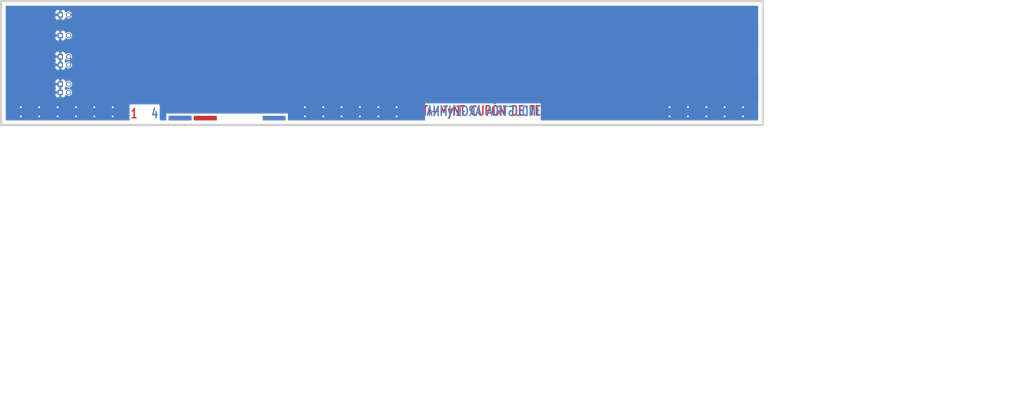
<source format=kicad_pcb>
(kicad_pcb (version 20240108) (generator "pcbnew") (generator_version "8.0")
  (title_block (title "Cupón de Test Nanya") (date "2020-11-13") (rev "Revision: 2.0") (company "INTI - MyNT") (comment 2 "Autor: Noelia Scotti"))
  (layers (0 "F.Cu" signal "Top") (1 "In1.Cu" power "L2") (2 "In2.Cu" power "L3") (31 "B.Cu" power "Bot") (36 "B.SilkS" user "B.Silkscreen") (37 "F.SilkS" user "F.Silkscreen") (38 "B.Mask" user) (39 "F.Mask" user) (44 "Edge.Cuts" user))
  (net 0 "")
  (net 1 "/MICROSTR_50")
  (net 2 "GND")
  (net 3 "/STR_50")
  (net 4 "/USB1_DP")
  (net 5 "/USB1_DN")
  (net 6 "/USB2_DN")
  (net 7 "/USB2_DP")
  (footprint "Connector_Coaxial:Test_point_2P_inti" (layer "F.Cu") (at 13.8 -24)
    (property "Reference" "TP1" (hide yes))
    (property "Value" "L1")
    (pad "1" thru_hole circle (at 0.9 0) (size 1.1 1.1) (drill 0.75) (layers "*.Cu" "*.Mask") (net 1 "/MICROSTR_50"))
    (pad "2" thru_hole rect (at -0.9 0) (size 1.1 1.1) (drill 0.75) (layers "*.Cu" "*.Mask") (net 2 "GND"))
  )
  (footprint "Connector_Coaxial:Test_point_4P_inti" (layer "F.Cu") (at 13.8 -14)
    (property "Reference" "TP3" (hide yes))
    (property "Value" "L1")
    (pad "1" thru_hole circle (at 0.9 -0.9) (size 1.1 1.1) (drill 0.75) (layers "*.Cu" "*.Mask") (net 4 "/USB1_DP"))
    (pad "2" thru_hole circle (at 0.9 0.9) (size 1.1 1.1) (drill 0.75) (layers "*.Cu" "*.Mask") (net 5 "/USB1_DN"))
    (pad "3" thru_hole rect (at -0.9 -0.9) (size 1.1 1.1) (drill 0.75) (layers "*.Cu" "*.Mask") (net 2 "GND"))
    (pad "4" thru_hole rect (at -0.9 0.9) (size 1.1 1.1) (drill 0.75) (layers "*.Cu" "*.Mask") (net 2 "GND"))
  )
  (footprint "Connector_Coaxial:Test_point_4P_inti" (layer "F.Cu") (at 13.8 -8)
    (property "Reference" "TP4" (hide yes))
    (property "Value" "L3")
    (pad "1" thru_hole circle (at 0.9 -0.9) (size 1.1 1.1) (drill 0.75) (layers "*.Cu" "*.Mask") (net 7 "/USB2_DP"))
    (pad "2" thru_hole circle (at 0.9 0.9) (size 1.1 1.1) (drill 0.75) (layers "*.Cu" "*.Mask") (net 6 "/USB2_DN"))
    (pad "3" thru_hole rect (at -0.9 -0.9) (size 1.1 1.1) (drill 0.75) (layers "*.Cu" "*.Mask") (net 2 "GND"))
    (pad "4" thru_hole rect (at -0.9 0.9) (size 1.1 1.1) (drill 0.75) (layers "*.Cu" "*.Mask") (net 2 "GND"))
  )
  (footprint "Connector_Coaxial:Test_point_2P_inti" (layer "F.Cu") (at 13.8 -19.5)
    (property "Reference" "TP2" (hide yes))
    (property "Value" "L3")
    (pad "1" thru_hole circle (at 0.9 0) (size 1.1 1.1) (drill 0.75) (layers "*.Cu" "*.Mask") (net 3 "/STR_50"))
    (pad "2" thru_hole rect (at -0.9 0) (size 1.1 1.1) (drill 0.75) (layers "*.Cu" "*.Mask") (net 2 "GND"))
  )
  (gr_line (start 0 -27) (end 0 0) (stroke (width 0.5)) (layer "Edge.Cuts"))
  (gr_line (start 0 0) (end 166 0) (stroke (width 0.5)) (layer "Edge.Cuts"))
  (gr_line (start 166 0) (end 166 -27) (stroke (width 0.5)) (layer "Edge.Cuts"))
  (gr_line (start 166 -27) (end 0 -27) (stroke (width 0.5)) (layer "Edge.Cuts"))
  (gr_text "INTI-MyNT CUPÓN DE TEST" (at 104.9 -3.1 0) (layer "F.Cu") (effects (font (size 2 1.5) (thickness 0.3))))
  (gr_text "L3/50" (at 0.8 -19.5 0) (layer "F.Cu") (effects (font (size 2 1.5) (thickness 0.3)) (justify left)))
  (gr_text "L1D/45" (at 0.8 -14 0) (layer "F.Cu") (effects (font (size 2 1.5) (thickness 0.3)) (justify left)))
  (gr_text "L3D/45" (at 0.8 -8 0) (layer "F.Cu") (effects (font (size 2 1.5) (thickness 0.3)) (justify left)))
  (gr_text "V2.0 11/2020" (at 134.1 -3.1 0) (layer "F.Cu") (effects (font (size 2 1.5) (thickness 0.3))))
  (gr_text "ERNESTO MAYER S.A." (at 48 -3.9 0) (layer "F.Cu") (effects (font (size 1.8 1.5) (thickness 0.3))))
  (gr_text "1" (at 29 -2.5 0) (layer "F.Cu") (effects (font (size 2 1.5) (thickness 0.3))))
  (gr_text "L1/50" (at 0.8 -24 0) (layer "F.Cu") (effects (font (size 2 1.5) (thickness 0.3048)) (justify left)))
  (gr_text "INDUSTRIA ARGENTINA" (at 105 -3 0) (layer "B.Cu") (effects (font (size 2 1.5) (thickness 0.3)) (justify mirror)))
  (gr_text "4" (at 33.5 -2.5 0) (layer "B.Cu") (effects (font (size 2 1.5) (thickness 0.3))))
  (segment (start 14.7 -24) (end 164.7 -24) (width 0.3) (layer "F.Cu") (net 1))
  (via (at 16.3 -3.9) (size 0.8) (drill 0.4) (layers "F.Cu" "B.Cu") (net 2))
  (via (at 20.3 -1.9) (size 0.8) (drill 0.4) (layers "F.Cu" "B.Cu") (net 2))
  (via (at 20.3 -3.9) (size 0.8) (drill 0.4) (layers "F.Cu" "B.Cu") (net 2))
  (via (at 16.3 -1.9) (size 0.8) (drill 0.4) (layers "F.Cu" "B.Cu") (net 2))
  (via (at 24.3 -3.9) (size 0.8) (drill 0.4) (layers "F.Cu" "B.Cu") (net 2))
  (via (at 24.3 -1.9) (size 0.8) (drill 0.4) (layers "F.Cu" "B.Cu") (net 2))
  (via (at 66.2 -3.9) (size 0.8) (drill 0.4) (layers "F.Cu" "B.Cu") (net 2))
  (via (at 66.2 -1.9) (size 0.8) (drill 0.4) (layers "F.Cu" "B.Cu") (net 2))
  (via (at 70.2 -3.9) (size 0.8) (drill 0.4) (layers "F.Cu" "B.Cu") (net 2))
  (via (at 74.2 -1.9) (size 0.8) (drill 0.4) (layers "F.Cu" "B.Cu") (net 2))
  (via (at 74.2 -3.9) (size 0.8) (drill 0.4) (layers "F.Cu" "B.Cu") (net 2))
  (via (at 70.2 -1.9) (size 0.8) (drill 0.4) (layers "F.Cu" "B.Cu") (net 2))
  (via (at 86.2 -1.9) (size 0.8) (drill 0.4) (layers "F.Cu" "B.Cu") (net 2))
  (via (at 82.2 -3.9) (size 0.8) (drill 0.4) (layers "F.Cu" "B.Cu") (net 2))
  (via (at 82.2 -1.9) (size 0.8) (drill 0.4) (layers "F.Cu" "B.Cu") (net 2))
  (via (at 78.2 -3.9) (size 0.8) (drill 0.4) (layers "F.Cu" "B.Cu") (net 2))
  (via (at 78.2 -1.9) (size 0.8) (drill 0.4) (layers "F.Cu" "B.Cu") (net 2))
  (via (at 86.2 -3.9) (size 0.8) (drill 0.4) (layers "F.Cu" "B.Cu") (net 2))
  (via (at 157.7 -1.9) (size 0.8) (drill 0.4) (layers "F.Cu" "B.Cu") (net 2))
  (via (at 145.7 -1.9) (size 0.8) (drill 0.4) (layers "F.Cu" "B.Cu") (net 2))
  (via (at 149.7 -1.9) (size 0.8) (drill 0.4) (layers "F.Cu" "B.Cu") (net 2))
  (via (at 149.7 -3.9) (size 0.8) (drill 0.4) (layers "F.Cu" "B.Cu") (net 2))
  (via (at 161.7 -1.9) (size 0.8) (drill 0.4) (layers "F.Cu" "B.Cu") (net 2))
  (via (at 161.7 -3.9) (size 0.8) (drill 0.4) (layers "F.Cu" "B.Cu") (net 2))
  (via (at 157.7 -3.9) (size 0.8) (drill 0.4) (layers "F.Cu" "B.Cu") (net 2))
  (via (at 145.7 -3.9) (size 0.8) (drill 0.4) (layers "F.Cu" "B.Cu") (net 2))
  (via (at 153.7 -3.9) (size 0.8) (drill 0.4) (layers "F.Cu" "B.Cu") (net 2))
  (via (at 153.7 -1.9) (size 0.8) (drill 0.4) (layers "F.Cu" "B.Cu") (net 2))
  (via (at 12.3 -1.9) (size 0.8) (drill 0.4) (layers "F.Cu" "B.Cu") (net 2))
  (via (at 8.3 -3.9) (size 0.8) (drill 0.4) (layers "F.Cu" "B.Cu") (net 2))
  (via (at 12.3 -3.9) (size 0.8) (drill 0.4) (layers "F.Cu" "B.Cu") (net 2))
  (via (at 4.3 -1.9) (size 0.8) (drill 0.4) (layers "F.Cu" "B.Cu") (net 2))
  (via (at 8.3 -1.9) (size 0.8) (drill 0.4) (layers "F.Cu" "B.Cu") (net 2))
  (via (at 4.3 -3.9) (size 0.8) (drill 0.4) (layers "F.Cu" "B.Cu") (net 2))
  (segment (start 15.375 -14.225) (end 164.5 -14.225) (width 0.25) (layer "F.Cu") (net 4))
  (segment (start 14.7 -14.9) (end 15.375 -14.225) (width 0.25) (layer "F.Cu") (net 4))
  (segment (start 14.7 -13.1) (end 15.375 -13.775) (width 0.25) (layer "F.Cu") (net 5))
  (segment (start 15.375 -13.775) (end 164.5 -13.775) (width 0.25) (layer "F.Cu") (net 5))
  (zone (net 0) (net_name "") (layer "F.Cu") (connect_pads (clearance 0)) (min_thickness 0.254) (fill yes (thermal_gap 0.508) (thermal_bridge_width 0.508))
    (polygon (pts (xy 165 -5.5) (xy 17.8 -5.5) (xy 17.8 -10.5) (xy 165 -10.5)))
  )
  (zone (net 0) (net_name "") (layer "F.Cu") (connect_pads (clearance 0)) (min_thickness 0.254) (fill yes (thermal_gap 0.508) (thermal_bridge_width 0.508))
    (polygon (pts (xy 165 -17) (xy 17.8 -17) (xy 17.8 -22) (xy 165 -22)))
  )
  (zone (net 0) (net_name "") (layer "F.Cu") (connect_pads (clearance 0)) (min_thickness 0.254) (fill yes (thermal_gap 0.508) (thermal_bridge_width 0.508))
    (polygon (pts (xy 47 -1) (xy 42 -1) (xy 42 -2) (xy 47 -2)))
  )
  (zone (net 0) (net_name "") (layer "F.Cu") (connect_pads (clearance 0)) (min_thickness 0.254) (fill yes (thermal_gap 0.508) (thermal_bridge_width 0.508))
    (polygon (pts (xy 41.5 -1) (xy 36.5 -1) (xy 36.5 -2) (xy 41.5 -2)))
  )
  (zone (net 0) (net_name "") (layers "F.Cu" "In1.Cu" "In2.Cu" "B.Cu") (connect_pads (clearance 0)) (min_thickness 0.254)
    (keepout (tracks not_allowed) (vias not_allowed) (pads allowed) (copperpour not_allowed) (footprints allowed))
    (fill (thermal_gap 0.508) (thermal_bridge_width 0.508))
    (polygon (pts (xy 34.5 -1) (xy 28 -1) (xy 28 -4.5) (xy 34.5 -4.5)))
  )
  (zone (net 0) (net_name "") (layer "B.Cu") (connect_pads (clearance 0)) (min_thickness 0.254) (fill yes (thermal_gap 0.508) (thermal_bridge_width 0.508))
    (polygon (pts (xy 62 -1) (xy 57 -1) (xy 57 -2) (xy 62 -2)))
  )
  (zone (net 0) (net_name "") (layer "B.Cu") (connect_pads (clearance 0)) (min_thickness 0.254) (fill yes (thermal_gap 0.508) (thermal_bridge_width 0.508))
    (polygon (pts (xy 41.5 -1) (xy 36.5 -1) (xy 36.5 -2) (xy 41.5 -2)))
  )
  (zone (net 2) (net_name "GND") (layer "B.Cu") (connect_pads (clearance 0)) (min_thickness 0.254) (fill yes (thermal_gap 0.508) (thermal_bridge_width 0.508))
    (polygon (pts (xy 165 -1) (xy 62.5 -1) (xy 62.5 -2.5) (xy 36 -2.5) (xy 36 -1) (xy 1 -1) (xy 1 -26) (xy 165 -26)))
  )
)
</source>
